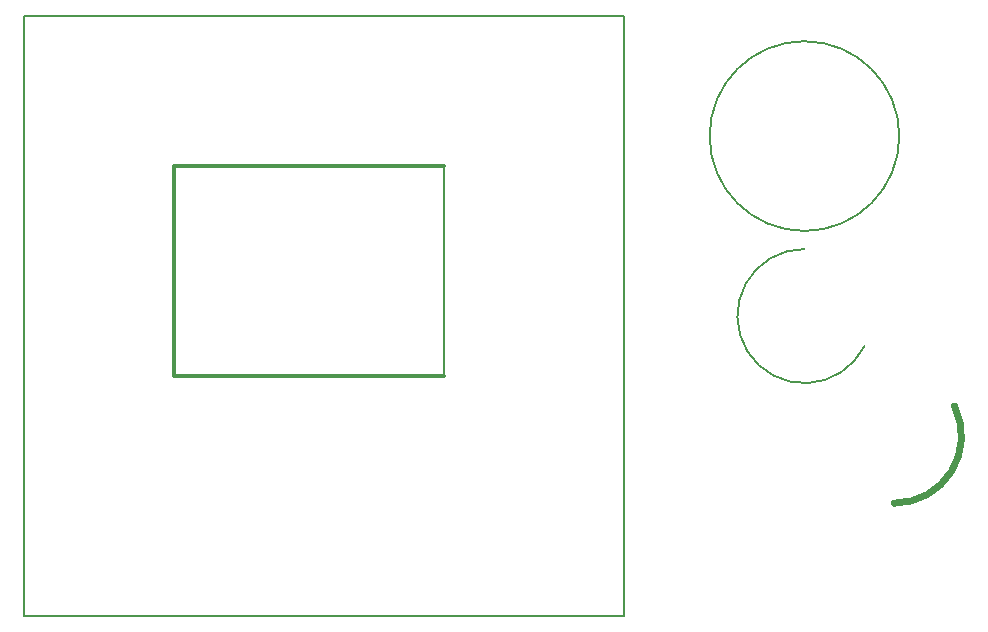
<source format=gbr>
%TF.GenerationSoftware,KiCad,Pcbnew,(6.0.6)*%
%TF.CreationDate,2022-07-23T22:57:45+03:00*%
%TF.ProjectId,KiCAD,4b694341-442e-46b6-9963-61645f706362,rev?*%
%TF.SameCoordinates,Original*%
%TF.FileFunction,OtherDrawing,Comment*%
%FSLAX45Y45*%
G04 Gerber Fmt 4.5, Leading zero omitted, Abs format (unit mm)*
G04 Created by KiCad (PCBNEW (6.0.6)) date 2022-07-23 22:57:45*
%MOMM*%
%LPD*%
G01*
G04 APERTURE LIST*
%ADD10C,0.600000*%
%ADD11C,0.150000*%
%ADD12C,0.300000*%
G04 APERTURE END LIST*
D10*
X20574000Y-7679961D02*
G75*
G03*
X21082000Y-6858000I173J567854D01*
G01*
D11*
X19812000Y-5528039D02*
G75*
G03*
X20320000Y-6350000I0J-567961D01*
G01*
D12*
X14478000Y-6604000D02*
X14478000Y-4826000D01*
X16764000Y-6604000D02*
X14478000Y-6604000D01*
D11*
X16764000Y-4826000D02*
X16764000Y-6604000D01*
D12*
X14478000Y-4826000D02*
X16764000Y-4826000D01*
D11*
X20615219Y-4572000D02*
G75*
G03*
X20615219Y-4572000I-803219J0D01*
G01*
X13208000Y-8636000D02*
X13208000Y-3556000D01*
X18288000Y-8636000D02*
X13208000Y-8636000D01*
X18288000Y-3556000D02*
X18288000Y-8636000D01*
X13208000Y-3556000D02*
X18288000Y-3556000D01*
M02*

</source>
